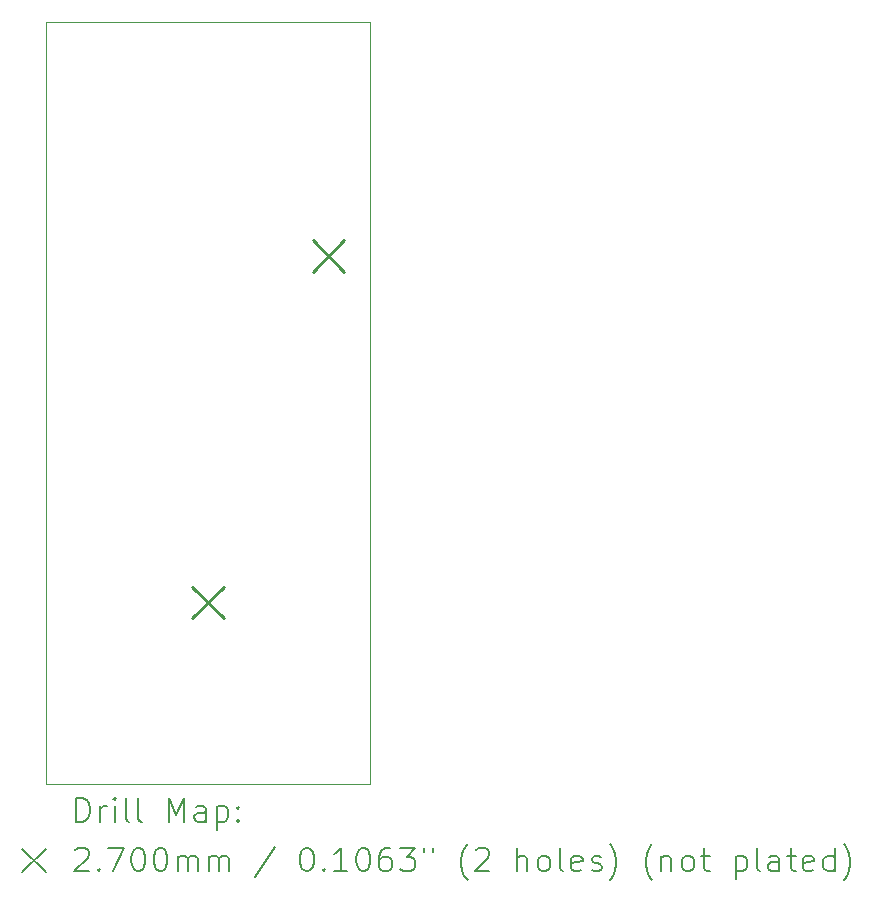
<source format=gbr>
%TF.GenerationSoftware,KiCad,Pcbnew,8.0.5*%
%TF.CreationDate,2024-11-15T12:40:46+00:00*%
%TF.ProjectId,TIMPS2KeyMini,54494d50-5332-44b6-9579-4d696e692e6b,rev?*%
%TF.SameCoordinates,Original*%
%TF.FileFunction,Drillmap*%
%TF.FilePolarity,Positive*%
%FSLAX45Y45*%
G04 Gerber Fmt 4.5, Leading zero omitted, Abs format (unit mm)*
G04 Created by KiCad (PCBNEW 8.0.5) date 2024-11-15 12:40:46*
%MOMM*%
%LPD*%
G01*
G04 APERTURE LIST*
%ADD10C,0.100000*%
%ADD11C,0.200000*%
%ADD12C,0.270000*%
G04 APERTURE END LIST*
D10*
X11192500Y-3921000D02*
X13937500Y-3921000D01*
X13937500Y-10376000D01*
X11192500Y-10376000D01*
X11192500Y-3921000D01*
D11*
D12*
X12430000Y-8701500D02*
X12700000Y-8971500D01*
X12700000Y-8701500D02*
X12430000Y-8971500D01*
X13448000Y-5771000D02*
X13718000Y-6041000D01*
X13718000Y-5771000D02*
X13448000Y-6041000D01*
D11*
X11448277Y-10692484D02*
X11448277Y-10492484D01*
X11448277Y-10492484D02*
X11495896Y-10492484D01*
X11495896Y-10492484D02*
X11524467Y-10502008D01*
X11524467Y-10502008D02*
X11543515Y-10521055D01*
X11543515Y-10521055D02*
X11553039Y-10540103D01*
X11553039Y-10540103D02*
X11562562Y-10578198D01*
X11562562Y-10578198D02*
X11562562Y-10606770D01*
X11562562Y-10606770D02*
X11553039Y-10644865D01*
X11553039Y-10644865D02*
X11543515Y-10663912D01*
X11543515Y-10663912D02*
X11524467Y-10682960D01*
X11524467Y-10682960D02*
X11495896Y-10692484D01*
X11495896Y-10692484D02*
X11448277Y-10692484D01*
X11648277Y-10692484D02*
X11648277Y-10559150D01*
X11648277Y-10597246D02*
X11657801Y-10578198D01*
X11657801Y-10578198D02*
X11667324Y-10568674D01*
X11667324Y-10568674D02*
X11686372Y-10559150D01*
X11686372Y-10559150D02*
X11705420Y-10559150D01*
X11772086Y-10692484D02*
X11772086Y-10559150D01*
X11772086Y-10492484D02*
X11762562Y-10502008D01*
X11762562Y-10502008D02*
X11772086Y-10511531D01*
X11772086Y-10511531D02*
X11781610Y-10502008D01*
X11781610Y-10502008D02*
X11772086Y-10492484D01*
X11772086Y-10492484D02*
X11772086Y-10511531D01*
X11895896Y-10692484D02*
X11876848Y-10682960D01*
X11876848Y-10682960D02*
X11867324Y-10663912D01*
X11867324Y-10663912D02*
X11867324Y-10492484D01*
X12000658Y-10692484D02*
X11981610Y-10682960D01*
X11981610Y-10682960D02*
X11972086Y-10663912D01*
X11972086Y-10663912D02*
X11972086Y-10492484D01*
X12229229Y-10692484D02*
X12229229Y-10492484D01*
X12229229Y-10492484D02*
X12295896Y-10635341D01*
X12295896Y-10635341D02*
X12362562Y-10492484D01*
X12362562Y-10492484D02*
X12362562Y-10692484D01*
X12543515Y-10692484D02*
X12543515Y-10587722D01*
X12543515Y-10587722D02*
X12533991Y-10568674D01*
X12533991Y-10568674D02*
X12514943Y-10559150D01*
X12514943Y-10559150D02*
X12476848Y-10559150D01*
X12476848Y-10559150D02*
X12457801Y-10568674D01*
X12543515Y-10682960D02*
X12524467Y-10692484D01*
X12524467Y-10692484D02*
X12476848Y-10692484D01*
X12476848Y-10692484D02*
X12457801Y-10682960D01*
X12457801Y-10682960D02*
X12448277Y-10663912D01*
X12448277Y-10663912D02*
X12448277Y-10644865D01*
X12448277Y-10644865D02*
X12457801Y-10625817D01*
X12457801Y-10625817D02*
X12476848Y-10616293D01*
X12476848Y-10616293D02*
X12524467Y-10616293D01*
X12524467Y-10616293D02*
X12543515Y-10606770D01*
X12638753Y-10559150D02*
X12638753Y-10759150D01*
X12638753Y-10568674D02*
X12657801Y-10559150D01*
X12657801Y-10559150D02*
X12695896Y-10559150D01*
X12695896Y-10559150D02*
X12714943Y-10568674D01*
X12714943Y-10568674D02*
X12724467Y-10578198D01*
X12724467Y-10578198D02*
X12733991Y-10597246D01*
X12733991Y-10597246D02*
X12733991Y-10654389D01*
X12733991Y-10654389D02*
X12724467Y-10673436D01*
X12724467Y-10673436D02*
X12714943Y-10682960D01*
X12714943Y-10682960D02*
X12695896Y-10692484D01*
X12695896Y-10692484D02*
X12657801Y-10692484D01*
X12657801Y-10692484D02*
X12638753Y-10682960D01*
X12819705Y-10673436D02*
X12829229Y-10682960D01*
X12829229Y-10682960D02*
X12819705Y-10692484D01*
X12819705Y-10692484D02*
X12810182Y-10682960D01*
X12810182Y-10682960D02*
X12819705Y-10673436D01*
X12819705Y-10673436D02*
X12819705Y-10692484D01*
X12819705Y-10568674D02*
X12829229Y-10578198D01*
X12829229Y-10578198D02*
X12819705Y-10587722D01*
X12819705Y-10587722D02*
X12810182Y-10578198D01*
X12810182Y-10578198D02*
X12819705Y-10568674D01*
X12819705Y-10568674D02*
X12819705Y-10587722D01*
X10987500Y-10921000D02*
X11187500Y-11121000D01*
X11187500Y-10921000D02*
X10987500Y-11121000D01*
X11438753Y-10931531D02*
X11448277Y-10922008D01*
X11448277Y-10922008D02*
X11467324Y-10912484D01*
X11467324Y-10912484D02*
X11514943Y-10912484D01*
X11514943Y-10912484D02*
X11533991Y-10922008D01*
X11533991Y-10922008D02*
X11543515Y-10931531D01*
X11543515Y-10931531D02*
X11553039Y-10950579D01*
X11553039Y-10950579D02*
X11553039Y-10969627D01*
X11553039Y-10969627D02*
X11543515Y-10998198D01*
X11543515Y-10998198D02*
X11429229Y-11112484D01*
X11429229Y-11112484D02*
X11553039Y-11112484D01*
X11638753Y-11093436D02*
X11648277Y-11102960D01*
X11648277Y-11102960D02*
X11638753Y-11112484D01*
X11638753Y-11112484D02*
X11629229Y-11102960D01*
X11629229Y-11102960D02*
X11638753Y-11093436D01*
X11638753Y-11093436D02*
X11638753Y-11112484D01*
X11714943Y-10912484D02*
X11848277Y-10912484D01*
X11848277Y-10912484D02*
X11762562Y-11112484D01*
X11962562Y-10912484D02*
X11981610Y-10912484D01*
X11981610Y-10912484D02*
X12000658Y-10922008D01*
X12000658Y-10922008D02*
X12010182Y-10931531D01*
X12010182Y-10931531D02*
X12019705Y-10950579D01*
X12019705Y-10950579D02*
X12029229Y-10988674D01*
X12029229Y-10988674D02*
X12029229Y-11036293D01*
X12029229Y-11036293D02*
X12019705Y-11074389D01*
X12019705Y-11074389D02*
X12010182Y-11093436D01*
X12010182Y-11093436D02*
X12000658Y-11102960D01*
X12000658Y-11102960D02*
X11981610Y-11112484D01*
X11981610Y-11112484D02*
X11962562Y-11112484D01*
X11962562Y-11112484D02*
X11943515Y-11102960D01*
X11943515Y-11102960D02*
X11933991Y-11093436D01*
X11933991Y-11093436D02*
X11924467Y-11074389D01*
X11924467Y-11074389D02*
X11914943Y-11036293D01*
X11914943Y-11036293D02*
X11914943Y-10988674D01*
X11914943Y-10988674D02*
X11924467Y-10950579D01*
X11924467Y-10950579D02*
X11933991Y-10931531D01*
X11933991Y-10931531D02*
X11943515Y-10922008D01*
X11943515Y-10922008D02*
X11962562Y-10912484D01*
X12153039Y-10912484D02*
X12172086Y-10912484D01*
X12172086Y-10912484D02*
X12191134Y-10922008D01*
X12191134Y-10922008D02*
X12200658Y-10931531D01*
X12200658Y-10931531D02*
X12210182Y-10950579D01*
X12210182Y-10950579D02*
X12219705Y-10988674D01*
X12219705Y-10988674D02*
X12219705Y-11036293D01*
X12219705Y-11036293D02*
X12210182Y-11074389D01*
X12210182Y-11074389D02*
X12200658Y-11093436D01*
X12200658Y-11093436D02*
X12191134Y-11102960D01*
X12191134Y-11102960D02*
X12172086Y-11112484D01*
X12172086Y-11112484D02*
X12153039Y-11112484D01*
X12153039Y-11112484D02*
X12133991Y-11102960D01*
X12133991Y-11102960D02*
X12124467Y-11093436D01*
X12124467Y-11093436D02*
X12114943Y-11074389D01*
X12114943Y-11074389D02*
X12105420Y-11036293D01*
X12105420Y-11036293D02*
X12105420Y-10988674D01*
X12105420Y-10988674D02*
X12114943Y-10950579D01*
X12114943Y-10950579D02*
X12124467Y-10931531D01*
X12124467Y-10931531D02*
X12133991Y-10922008D01*
X12133991Y-10922008D02*
X12153039Y-10912484D01*
X12305420Y-11112484D02*
X12305420Y-10979150D01*
X12305420Y-10998198D02*
X12314943Y-10988674D01*
X12314943Y-10988674D02*
X12333991Y-10979150D01*
X12333991Y-10979150D02*
X12362563Y-10979150D01*
X12362563Y-10979150D02*
X12381610Y-10988674D01*
X12381610Y-10988674D02*
X12391134Y-11007722D01*
X12391134Y-11007722D02*
X12391134Y-11112484D01*
X12391134Y-11007722D02*
X12400658Y-10988674D01*
X12400658Y-10988674D02*
X12419705Y-10979150D01*
X12419705Y-10979150D02*
X12448277Y-10979150D01*
X12448277Y-10979150D02*
X12467324Y-10988674D01*
X12467324Y-10988674D02*
X12476848Y-11007722D01*
X12476848Y-11007722D02*
X12476848Y-11112484D01*
X12572086Y-11112484D02*
X12572086Y-10979150D01*
X12572086Y-10998198D02*
X12581610Y-10988674D01*
X12581610Y-10988674D02*
X12600658Y-10979150D01*
X12600658Y-10979150D02*
X12629229Y-10979150D01*
X12629229Y-10979150D02*
X12648277Y-10988674D01*
X12648277Y-10988674D02*
X12657801Y-11007722D01*
X12657801Y-11007722D02*
X12657801Y-11112484D01*
X12657801Y-11007722D02*
X12667324Y-10988674D01*
X12667324Y-10988674D02*
X12686372Y-10979150D01*
X12686372Y-10979150D02*
X12714943Y-10979150D01*
X12714943Y-10979150D02*
X12733991Y-10988674D01*
X12733991Y-10988674D02*
X12743515Y-11007722D01*
X12743515Y-11007722D02*
X12743515Y-11112484D01*
X13133991Y-10902960D02*
X12962563Y-11160103D01*
X13391134Y-10912484D02*
X13410182Y-10912484D01*
X13410182Y-10912484D02*
X13429229Y-10922008D01*
X13429229Y-10922008D02*
X13438753Y-10931531D01*
X13438753Y-10931531D02*
X13448277Y-10950579D01*
X13448277Y-10950579D02*
X13457801Y-10988674D01*
X13457801Y-10988674D02*
X13457801Y-11036293D01*
X13457801Y-11036293D02*
X13448277Y-11074389D01*
X13448277Y-11074389D02*
X13438753Y-11093436D01*
X13438753Y-11093436D02*
X13429229Y-11102960D01*
X13429229Y-11102960D02*
X13410182Y-11112484D01*
X13410182Y-11112484D02*
X13391134Y-11112484D01*
X13391134Y-11112484D02*
X13372086Y-11102960D01*
X13372086Y-11102960D02*
X13362563Y-11093436D01*
X13362563Y-11093436D02*
X13353039Y-11074389D01*
X13353039Y-11074389D02*
X13343515Y-11036293D01*
X13343515Y-11036293D02*
X13343515Y-10988674D01*
X13343515Y-10988674D02*
X13353039Y-10950579D01*
X13353039Y-10950579D02*
X13362563Y-10931531D01*
X13362563Y-10931531D02*
X13372086Y-10922008D01*
X13372086Y-10922008D02*
X13391134Y-10912484D01*
X13543515Y-11093436D02*
X13553039Y-11102960D01*
X13553039Y-11102960D02*
X13543515Y-11112484D01*
X13543515Y-11112484D02*
X13533991Y-11102960D01*
X13533991Y-11102960D02*
X13543515Y-11093436D01*
X13543515Y-11093436D02*
X13543515Y-11112484D01*
X13743515Y-11112484D02*
X13629229Y-11112484D01*
X13686372Y-11112484D02*
X13686372Y-10912484D01*
X13686372Y-10912484D02*
X13667325Y-10941055D01*
X13667325Y-10941055D02*
X13648277Y-10960103D01*
X13648277Y-10960103D02*
X13629229Y-10969627D01*
X13867325Y-10912484D02*
X13886372Y-10912484D01*
X13886372Y-10912484D02*
X13905420Y-10922008D01*
X13905420Y-10922008D02*
X13914944Y-10931531D01*
X13914944Y-10931531D02*
X13924467Y-10950579D01*
X13924467Y-10950579D02*
X13933991Y-10988674D01*
X13933991Y-10988674D02*
X13933991Y-11036293D01*
X13933991Y-11036293D02*
X13924467Y-11074389D01*
X13924467Y-11074389D02*
X13914944Y-11093436D01*
X13914944Y-11093436D02*
X13905420Y-11102960D01*
X13905420Y-11102960D02*
X13886372Y-11112484D01*
X13886372Y-11112484D02*
X13867325Y-11112484D01*
X13867325Y-11112484D02*
X13848277Y-11102960D01*
X13848277Y-11102960D02*
X13838753Y-11093436D01*
X13838753Y-11093436D02*
X13829229Y-11074389D01*
X13829229Y-11074389D02*
X13819706Y-11036293D01*
X13819706Y-11036293D02*
X13819706Y-10988674D01*
X13819706Y-10988674D02*
X13829229Y-10950579D01*
X13829229Y-10950579D02*
X13838753Y-10931531D01*
X13838753Y-10931531D02*
X13848277Y-10922008D01*
X13848277Y-10922008D02*
X13867325Y-10912484D01*
X14105420Y-10912484D02*
X14067325Y-10912484D01*
X14067325Y-10912484D02*
X14048277Y-10922008D01*
X14048277Y-10922008D02*
X14038753Y-10931531D01*
X14038753Y-10931531D02*
X14019706Y-10960103D01*
X14019706Y-10960103D02*
X14010182Y-10998198D01*
X14010182Y-10998198D02*
X14010182Y-11074389D01*
X14010182Y-11074389D02*
X14019706Y-11093436D01*
X14019706Y-11093436D02*
X14029229Y-11102960D01*
X14029229Y-11102960D02*
X14048277Y-11112484D01*
X14048277Y-11112484D02*
X14086372Y-11112484D01*
X14086372Y-11112484D02*
X14105420Y-11102960D01*
X14105420Y-11102960D02*
X14114944Y-11093436D01*
X14114944Y-11093436D02*
X14124467Y-11074389D01*
X14124467Y-11074389D02*
X14124467Y-11026770D01*
X14124467Y-11026770D02*
X14114944Y-11007722D01*
X14114944Y-11007722D02*
X14105420Y-10998198D01*
X14105420Y-10998198D02*
X14086372Y-10988674D01*
X14086372Y-10988674D02*
X14048277Y-10988674D01*
X14048277Y-10988674D02*
X14029229Y-10998198D01*
X14029229Y-10998198D02*
X14019706Y-11007722D01*
X14019706Y-11007722D02*
X14010182Y-11026770D01*
X14191134Y-10912484D02*
X14314944Y-10912484D01*
X14314944Y-10912484D02*
X14248277Y-10988674D01*
X14248277Y-10988674D02*
X14276848Y-10988674D01*
X14276848Y-10988674D02*
X14295896Y-10998198D01*
X14295896Y-10998198D02*
X14305420Y-11007722D01*
X14305420Y-11007722D02*
X14314944Y-11026770D01*
X14314944Y-11026770D02*
X14314944Y-11074389D01*
X14314944Y-11074389D02*
X14305420Y-11093436D01*
X14305420Y-11093436D02*
X14295896Y-11102960D01*
X14295896Y-11102960D02*
X14276848Y-11112484D01*
X14276848Y-11112484D02*
X14219706Y-11112484D01*
X14219706Y-11112484D02*
X14200658Y-11102960D01*
X14200658Y-11102960D02*
X14191134Y-11093436D01*
X14391134Y-10912484D02*
X14391134Y-10950579D01*
X14467325Y-10912484D02*
X14467325Y-10950579D01*
X14762563Y-11188674D02*
X14753039Y-11179150D01*
X14753039Y-11179150D02*
X14733991Y-11150579D01*
X14733991Y-11150579D02*
X14724468Y-11131531D01*
X14724468Y-11131531D02*
X14714944Y-11102960D01*
X14714944Y-11102960D02*
X14705420Y-11055341D01*
X14705420Y-11055341D02*
X14705420Y-11017246D01*
X14705420Y-11017246D02*
X14714944Y-10969627D01*
X14714944Y-10969627D02*
X14724468Y-10941055D01*
X14724468Y-10941055D02*
X14733991Y-10922008D01*
X14733991Y-10922008D02*
X14753039Y-10893436D01*
X14753039Y-10893436D02*
X14762563Y-10883912D01*
X14829229Y-10931531D02*
X14838753Y-10922008D01*
X14838753Y-10922008D02*
X14857801Y-10912484D01*
X14857801Y-10912484D02*
X14905420Y-10912484D01*
X14905420Y-10912484D02*
X14924468Y-10922008D01*
X14924468Y-10922008D02*
X14933991Y-10931531D01*
X14933991Y-10931531D02*
X14943515Y-10950579D01*
X14943515Y-10950579D02*
X14943515Y-10969627D01*
X14943515Y-10969627D02*
X14933991Y-10998198D01*
X14933991Y-10998198D02*
X14819706Y-11112484D01*
X14819706Y-11112484D02*
X14943515Y-11112484D01*
X15181610Y-11112484D02*
X15181610Y-10912484D01*
X15267325Y-11112484D02*
X15267325Y-11007722D01*
X15267325Y-11007722D02*
X15257801Y-10988674D01*
X15257801Y-10988674D02*
X15238753Y-10979150D01*
X15238753Y-10979150D02*
X15210182Y-10979150D01*
X15210182Y-10979150D02*
X15191134Y-10988674D01*
X15191134Y-10988674D02*
X15181610Y-10998198D01*
X15391134Y-11112484D02*
X15372087Y-11102960D01*
X15372087Y-11102960D02*
X15362563Y-11093436D01*
X15362563Y-11093436D02*
X15353039Y-11074389D01*
X15353039Y-11074389D02*
X15353039Y-11017246D01*
X15353039Y-11017246D02*
X15362563Y-10998198D01*
X15362563Y-10998198D02*
X15372087Y-10988674D01*
X15372087Y-10988674D02*
X15391134Y-10979150D01*
X15391134Y-10979150D02*
X15419706Y-10979150D01*
X15419706Y-10979150D02*
X15438753Y-10988674D01*
X15438753Y-10988674D02*
X15448277Y-10998198D01*
X15448277Y-10998198D02*
X15457801Y-11017246D01*
X15457801Y-11017246D02*
X15457801Y-11074389D01*
X15457801Y-11074389D02*
X15448277Y-11093436D01*
X15448277Y-11093436D02*
X15438753Y-11102960D01*
X15438753Y-11102960D02*
X15419706Y-11112484D01*
X15419706Y-11112484D02*
X15391134Y-11112484D01*
X15572087Y-11112484D02*
X15553039Y-11102960D01*
X15553039Y-11102960D02*
X15543515Y-11083912D01*
X15543515Y-11083912D02*
X15543515Y-10912484D01*
X15724468Y-11102960D02*
X15705420Y-11112484D01*
X15705420Y-11112484D02*
X15667325Y-11112484D01*
X15667325Y-11112484D02*
X15648277Y-11102960D01*
X15648277Y-11102960D02*
X15638753Y-11083912D01*
X15638753Y-11083912D02*
X15638753Y-11007722D01*
X15638753Y-11007722D02*
X15648277Y-10988674D01*
X15648277Y-10988674D02*
X15667325Y-10979150D01*
X15667325Y-10979150D02*
X15705420Y-10979150D01*
X15705420Y-10979150D02*
X15724468Y-10988674D01*
X15724468Y-10988674D02*
X15733991Y-11007722D01*
X15733991Y-11007722D02*
X15733991Y-11026770D01*
X15733991Y-11026770D02*
X15638753Y-11045817D01*
X15810182Y-11102960D02*
X15829230Y-11112484D01*
X15829230Y-11112484D02*
X15867325Y-11112484D01*
X15867325Y-11112484D02*
X15886372Y-11102960D01*
X15886372Y-11102960D02*
X15895896Y-11083912D01*
X15895896Y-11083912D02*
X15895896Y-11074389D01*
X15895896Y-11074389D02*
X15886372Y-11055341D01*
X15886372Y-11055341D02*
X15867325Y-11045817D01*
X15867325Y-11045817D02*
X15838753Y-11045817D01*
X15838753Y-11045817D02*
X15819706Y-11036293D01*
X15819706Y-11036293D02*
X15810182Y-11017246D01*
X15810182Y-11017246D02*
X15810182Y-11007722D01*
X15810182Y-11007722D02*
X15819706Y-10988674D01*
X15819706Y-10988674D02*
X15838753Y-10979150D01*
X15838753Y-10979150D02*
X15867325Y-10979150D01*
X15867325Y-10979150D02*
X15886372Y-10988674D01*
X15962563Y-11188674D02*
X15972087Y-11179150D01*
X15972087Y-11179150D02*
X15991134Y-11150579D01*
X15991134Y-11150579D02*
X16000658Y-11131531D01*
X16000658Y-11131531D02*
X16010182Y-11102960D01*
X16010182Y-11102960D02*
X16019706Y-11055341D01*
X16019706Y-11055341D02*
X16019706Y-11017246D01*
X16019706Y-11017246D02*
X16010182Y-10969627D01*
X16010182Y-10969627D02*
X16000658Y-10941055D01*
X16000658Y-10941055D02*
X15991134Y-10922008D01*
X15991134Y-10922008D02*
X15972087Y-10893436D01*
X15972087Y-10893436D02*
X15962563Y-10883912D01*
X16324468Y-11188674D02*
X16314944Y-11179150D01*
X16314944Y-11179150D02*
X16295896Y-11150579D01*
X16295896Y-11150579D02*
X16286372Y-11131531D01*
X16286372Y-11131531D02*
X16276849Y-11102960D01*
X16276849Y-11102960D02*
X16267325Y-11055341D01*
X16267325Y-11055341D02*
X16267325Y-11017246D01*
X16267325Y-11017246D02*
X16276849Y-10969627D01*
X16276849Y-10969627D02*
X16286372Y-10941055D01*
X16286372Y-10941055D02*
X16295896Y-10922008D01*
X16295896Y-10922008D02*
X16314944Y-10893436D01*
X16314944Y-10893436D02*
X16324468Y-10883912D01*
X16400658Y-10979150D02*
X16400658Y-11112484D01*
X16400658Y-10998198D02*
X16410182Y-10988674D01*
X16410182Y-10988674D02*
X16429230Y-10979150D01*
X16429230Y-10979150D02*
X16457801Y-10979150D01*
X16457801Y-10979150D02*
X16476849Y-10988674D01*
X16476849Y-10988674D02*
X16486372Y-11007722D01*
X16486372Y-11007722D02*
X16486372Y-11112484D01*
X16610182Y-11112484D02*
X16591134Y-11102960D01*
X16591134Y-11102960D02*
X16581611Y-11093436D01*
X16581611Y-11093436D02*
X16572087Y-11074389D01*
X16572087Y-11074389D02*
X16572087Y-11017246D01*
X16572087Y-11017246D02*
X16581611Y-10998198D01*
X16581611Y-10998198D02*
X16591134Y-10988674D01*
X16591134Y-10988674D02*
X16610182Y-10979150D01*
X16610182Y-10979150D02*
X16638753Y-10979150D01*
X16638753Y-10979150D02*
X16657801Y-10988674D01*
X16657801Y-10988674D02*
X16667325Y-10998198D01*
X16667325Y-10998198D02*
X16676849Y-11017246D01*
X16676849Y-11017246D02*
X16676849Y-11074389D01*
X16676849Y-11074389D02*
X16667325Y-11093436D01*
X16667325Y-11093436D02*
X16657801Y-11102960D01*
X16657801Y-11102960D02*
X16638753Y-11112484D01*
X16638753Y-11112484D02*
X16610182Y-11112484D01*
X16733992Y-10979150D02*
X16810182Y-10979150D01*
X16762563Y-10912484D02*
X16762563Y-11083912D01*
X16762563Y-11083912D02*
X16772087Y-11102960D01*
X16772087Y-11102960D02*
X16791134Y-11112484D01*
X16791134Y-11112484D02*
X16810182Y-11112484D01*
X17029230Y-10979150D02*
X17029230Y-11179150D01*
X17029230Y-10988674D02*
X17048277Y-10979150D01*
X17048277Y-10979150D02*
X17086373Y-10979150D01*
X17086373Y-10979150D02*
X17105420Y-10988674D01*
X17105420Y-10988674D02*
X17114944Y-10998198D01*
X17114944Y-10998198D02*
X17124468Y-11017246D01*
X17124468Y-11017246D02*
X17124468Y-11074389D01*
X17124468Y-11074389D02*
X17114944Y-11093436D01*
X17114944Y-11093436D02*
X17105420Y-11102960D01*
X17105420Y-11102960D02*
X17086373Y-11112484D01*
X17086373Y-11112484D02*
X17048277Y-11112484D01*
X17048277Y-11112484D02*
X17029230Y-11102960D01*
X17238754Y-11112484D02*
X17219706Y-11102960D01*
X17219706Y-11102960D02*
X17210182Y-11083912D01*
X17210182Y-11083912D02*
X17210182Y-10912484D01*
X17400658Y-11112484D02*
X17400658Y-11007722D01*
X17400658Y-11007722D02*
X17391135Y-10988674D01*
X17391135Y-10988674D02*
X17372087Y-10979150D01*
X17372087Y-10979150D02*
X17333992Y-10979150D01*
X17333992Y-10979150D02*
X17314944Y-10988674D01*
X17400658Y-11102960D02*
X17381611Y-11112484D01*
X17381611Y-11112484D02*
X17333992Y-11112484D01*
X17333992Y-11112484D02*
X17314944Y-11102960D01*
X17314944Y-11102960D02*
X17305420Y-11083912D01*
X17305420Y-11083912D02*
X17305420Y-11064865D01*
X17305420Y-11064865D02*
X17314944Y-11045817D01*
X17314944Y-11045817D02*
X17333992Y-11036293D01*
X17333992Y-11036293D02*
X17381611Y-11036293D01*
X17381611Y-11036293D02*
X17400658Y-11026770D01*
X17467325Y-10979150D02*
X17543515Y-10979150D01*
X17495896Y-10912484D02*
X17495896Y-11083912D01*
X17495896Y-11083912D02*
X17505420Y-11102960D01*
X17505420Y-11102960D02*
X17524468Y-11112484D01*
X17524468Y-11112484D02*
X17543515Y-11112484D01*
X17686373Y-11102960D02*
X17667325Y-11112484D01*
X17667325Y-11112484D02*
X17629230Y-11112484D01*
X17629230Y-11112484D02*
X17610182Y-11102960D01*
X17610182Y-11102960D02*
X17600658Y-11083912D01*
X17600658Y-11083912D02*
X17600658Y-11007722D01*
X17600658Y-11007722D02*
X17610182Y-10988674D01*
X17610182Y-10988674D02*
X17629230Y-10979150D01*
X17629230Y-10979150D02*
X17667325Y-10979150D01*
X17667325Y-10979150D02*
X17686373Y-10988674D01*
X17686373Y-10988674D02*
X17695896Y-11007722D01*
X17695896Y-11007722D02*
X17695896Y-11026770D01*
X17695896Y-11026770D02*
X17600658Y-11045817D01*
X17867325Y-11112484D02*
X17867325Y-10912484D01*
X17867325Y-11102960D02*
X17848277Y-11112484D01*
X17848277Y-11112484D02*
X17810182Y-11112484D01*
X17810182Y-11112484D02*
X17791135Y-11102960D01*
X17791135Y-11102960D02*
X17781611Y-11093436D01*
X17781611Y-11093436D02*
X17772087Y-11074389D01*
X17772087Y-11074389D02*
X17772087Y-11017246D01*
X17772087Y-11017246D02*
X17781611Y-10998198D01*
X17781611Y-10998198D02*
X17791135Y-10988674D01*
X17791135Y-10988674D02*
X17810182Y-10979150D01*
X17810182Y-10979150D02*
X17848277Y-10979150D01*
X17848277Y-10979150D02*
X17867325Y-10988674D01*
X17943516Y-11188674D02*
X17953039Y-11179150D01*
X17953039Y-11179150D02*
X17972087Y-11150579D01*
X17972087Y-11150579D02*
X17981611Y-11131531D01*
X17981611Y-11131531D02*
X17991135Y-11102960D01*
X17991135Y-11102960D02*
X18000658Y-11055341D01*
X18000658Y-11055341D02*
X18000658Y-11017246D01*
X18000658Y-11017246D02*
X17991135Y-10969627D01*
X17991135Y-10969627D02*
X17981611Y-10941055D01*
X17981611Y-10941055D02*
X17972087Y-10922008D01*
X17972087Y-10922008D02*
X17953039Y-10893436D01*
X17953039Y-10893436D02*
X17943516Y-10883912D01*
M02*

</source>
